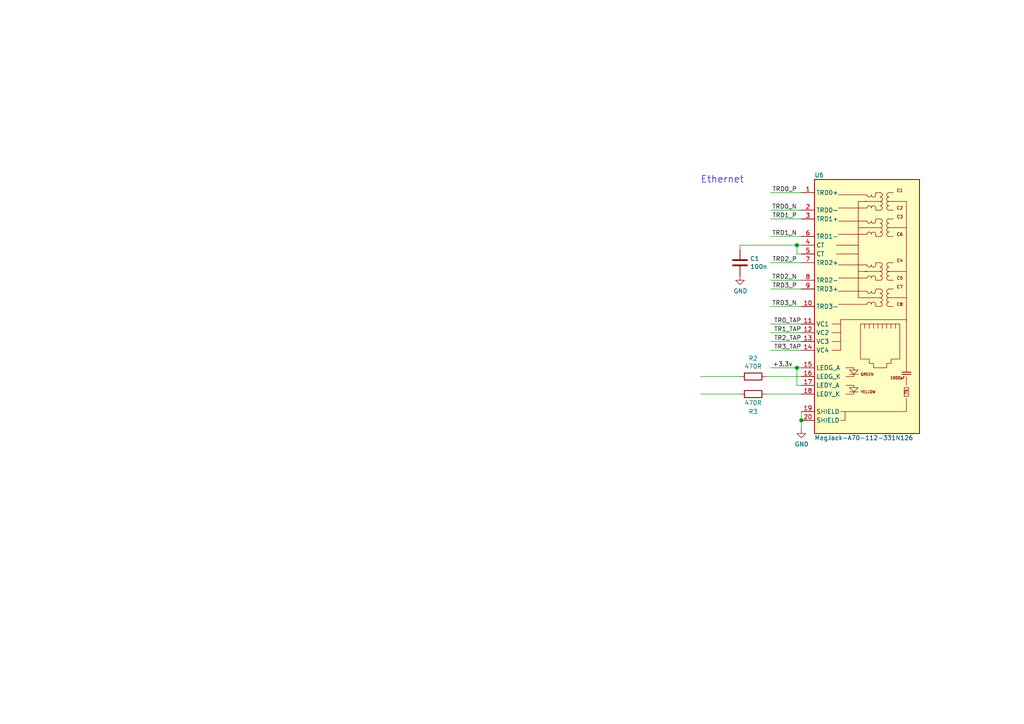
<source format=kicad_sch>
(kicad_sch (version 20250114) (generator "eeschema") (generator_version "9.0")
  (paper "A4")
  (lib_symbols
    (symbol "CM4IO:MagJack-A70-112-331N126"
      (property "Reference" "U" (at 0 0 0))
      (property "Value" "MagJack-A70-112-331N126" (at 0 0 0))
      (symbol "MagJack-A70-112-331N126_0_1"
        (polyline (pts (xy 1.27 60.96) (xy -5.08 60.96) (xy -5.08 68.58) (xy -2.54 68.58) (xy -5.08 68.58)))
        (polyline (pts (xy 1.27 40.64) (xy -5.08 40.64) (xy -5.08 48.26) (xy -2.54 48.26) (xy -5.08 48.26)))
      )
      (symbol "MagJack-A70-112-331N126_1_1"
        (rectangle (start -17.78 1.27) (end 12.7 74.93) (stroke (width 0.254)) (fill (type background)))
        (polyline (pts (xy -12.7 33.02) (xy -10.16 33.02)))
        (polyline (pts (xy -12.7 30.48) (xy -10.16 30.48)))
        (polyline (pts (xy -12.7 27.94) (xy -10.16 27.94)))
        (polyline (pts (xy -11.43 53.34) (xy -5.08 53.34) (xy -5.08 55.88) (xy -11.43 55.88)))
        (polyline (pts (xy -10.16 34.29) (xy 8.89 34.29) (xy 8.89 68.58) (xy 5.08 68.58)))
        (polyline (pts (xy -10.16 33.02) (xy -10.16 34.29)))
        (polyline (pts (xy -10.16 33.02) (xy -10.16 25.4) (xy -12.7 25.4)))
        (polyline (pts (xy -10.16 5.08) (xy -8.89 5.08) (xy -8.89 7.62) (xy -10.16 7.62) (xy -8.89 7.62) (xy 8.89 7.62) (xy 8.89 11.43)))
        (polyline (pts (xy -8.636 20.32) (xy -6.35 20.32) (xy -6.35 19.685)))
        (polyline (pts (xy -8.636 15.24) (xy -6.35 15.24) (xy -6.35 14.605)))
        (polyline (pts (xy -8.636 12.7) (xy -6.35 12.7) (xy -6.35 13.335)))
        (polyline (pts (xy -7.62 19.685) (xy -5.08 19.685) (xy -6.35 18.415) (xy -7.62 19.685)))
        (polyline (pts (xy -6.35 18.415) (xy -6.35 17.78) (xy -8.636 17.78)))
        (polyline (pts (xy -5.08 48.26) (xy -5.08 60.96)))
        (polyline (pts (xy -5.08 18.415) (xy -7.62 18.415)))
        (polyline (pts (xy -5.08 14.605) (xy -7.62 14.605) (xy -6.35 13.335) (xy -5.08 14.605)))
        (polyline (pts (xy -5.08 13.335) (xy -7.62 13.335)))
        (polyline (pts (xy -4.445 33.02) (xy 6.985 33.02) (xy 6.985 22.86) (xy 4.445 22.86) (xy 4.445 21.59) (xy 3.175 21.59) (xy 3.175 20.32) (xy -0.635 20.32) (xy -0.635 21.59) (xy -1.905 21.59) (xy -1.905 22.86) (xy -4.445 22.86) (xy -4.445 33.02)))
        (polyline (pts (xy -3.175 68.58) (xy 1.27 68.58)))
        (polyline (pts (xy -3.175 48.26) (xy 1.27 48.26)))
        (polyline (pts (xy -3.175 31.75) (xy -3.175 33.02)))
        (polyline (pts (xy -2.54 70.485) (xy -10.795 70.485)))
        (polyline (pts (xy -2.54 66.675) (xy -10.795 66.675)))
        (polyline (pts (xy -2.54 62.865) (xy -10.795 62.865)))
        (polyline (pts (xy -2.54 59.055) (xy -10.795 59.055)))
        (polyline (pts (xy -2.54 50.165) (xy -10.795 50.165)))
        (polyline (pts (xy -2.54 46.355) (xy -10.795 46.355)))
        (polyline (pts (xy -2.54 42.545) (xy -10.795 42.545)))
        (polyline (pts (xy -2.54 38.735) (xy -10.795 38.735)))
        (arc (start -1.27 70.485) (mid -1.905 69.8527) (end -2.54 70.485))
        (arc (start -2.54 66.675) (mid -1.905 67.3072) (end -1.27 66.675))
        (arc (start -1.27 62.865) (mid -1.905 62.2327) (end -2.54 62.865))
        (arc (start -2.54 59.055) (mid -1.905 59.6872) (end -1.27 59.055))
        (arc (start -1.27 50.165) (mid -1.905 49.5327) (end -2.54 50.165))
        (arc (start -2.54 46.355) (mid -1.905 46.9872) (end -1.27 46.355))
        (arc (start -1.27 42.545) (mid -1.905 41.9127) (end -2.54 42.545))
        (arc (start -2.54 38.735) (mid -1.905 39.3672) (end -1.27 38.735))
        (polyline (pts (xy -1.905 33.02) (xy -1.905 31.75)))
        (arc (start 0 70.485) (mid -0.635 69.8527) (end -1.27 70.485))
        (arc (start -1.27 66.675) (mid -0.635 67.3072) (end 0 66.675))
        (arc (start 0 62.865) (mid -0.635 62.2327) (end -1.27 62.865))
        (arc (start -1.27 59.055) (mid -0.635 59.6872) (end 0 59.055))
        (arc (start 0 50.165) (mid -0.635 49.5327) (end -1.27 50.165))
        (arc (start -1.27 46.355) (mid -0.635 46.9872) (end 0 46.355))
        (arc (start 0 42.545) (mid -0.635 41.9127) (end -1.27 42.545))
        (arc (start -1.27 38.735) (mid -0.635 39.3672) (end 0 38.735))
        (polyline (pts (xy -0.635 33.02) (xy -0.635 31.75)))
        (polyline (pts (xy 0 66.675) (xy 0 66.04) (xy 1.27 66.04)))
        (polyline (pts (xy 0 59.055) (xy 0 58.42) (xy 1.27 58.42)))
        (polyline (pts (xy 0 46.355) (xy 0 45.72) (xy 1.27 45.72)))
        (polyline (pts (xy 0 38.735) (xy 0 38.1) (xy 1.27 38.1)))
        (polyline (pts (xy 0.635 33.02) (xy 0.635 31.75)))
        (arc (start 1.27 71.12) (mid 1.9022 70.485) (end 1.27 69.85))
        (arc (start 1.27 69.85) (mid 1.9022 69.215) (end 1.27 68.58))
        (arc (start 1.27 68.58) (mid 1.9022 67.945) (end 1.27 67.31))
        (arc (start 1.27 67.31) (mid 1.9022 66.675) (end 1.27 66.04))
        (arc (start 1.27 63.5) (mid 1.9022 62.865) (end 1.27 62.23))
        (arc (start 1.27 62.23) (mid 1.9022 61.595) (end 1.27 60.96))
        (arc (start 1.27 60.96) (mid 1.9022 60.325) (end 1.27 59.69))
        (arc (start 1.27 59.69) (mid 1.9022 59.055) (end 1.27 58.42))
        (arc (start 1.27 50.8) (mid 1.9022 50.165) (end 1.27 49.53))
        (arc (start 1.27 49.53) (mid 1.9022 48.895) (end 1.27 48.26))
        (arc (start 1.27 48.26) (mid 1.9022 47.625) (end 1.27 46.99))
        (arc (start 1.27 46.99) (mid 1.9022 46.355) (end 1.27 45.72))
        (arc (start 1.27 43.18) (mid 1.9022 42.545) (end 1.27 41.91))
        (arc (start 1.27 41.91) (mid 1.9022 41.275) (end 1.27 40.64))
        (arc (start 1.27 40.64) (mid 1.9022 40.005) (end 1.27 39.37))
        (arc (start 1.27 39.37) (mid 1.9022 38.735) (end 1.27 38.1))
        (polyline (pts (xy 1.27 71.12) (xy 0 71.12) (xy 0 70.485)))
        (polyline (pts (xy 1.27 63.5) (xy 0 63.5) (xy 0 62.865)))
        (polyline (pts (xy 1.27 50.8) (xy 0 50.8) (xy 0 50.165)))
        (polyline (pts (xy 1.27 43.18) (xy 0 43.18) (xy 0 42.545)))
        (polyline (pts (xy 1.905 33.02) (xy 1.905 31.75)))
        (polyline (pts (xy 3.175 33.02) (xy 3.175 31.75)))
        (polyline (pts (xy 3.81 71.12) (xy 5.08 71.12)))
        (polyline (pts (xy 3.81 68.58) (xy 5.08 68.58)))
        (polyline (pts (xy 3.81 66.04) (xy 5.08 66.04)))
        (polyline (pts (xy 3.81 63.5) (xy 5.08 63.5)))
        (polyline (pts (xy 3.81 60.96) (xy 5.08 60.96)))
        (polyline (pts (xy 3.81 58.42) (xy 5.08 58.42)))
        (polyline (pts (xy 3.81 50.8) (xy 5.08 50.8)))
        (polyline (pts (xy 3.81 48.26) (xy 5.08 48.26)))
        (polyline (pts (xy 3.81 45.72) (xy 5.08 45.72)))
        (polyline (pts (xy 3.81 43.18) (xy 5.08 43.18)))
        (polyline (pts (xy 3.81 40.64) (xy 5.08 40.64)))
        (polyline (pts (xy 3.81 38.1) (xy 5.08 38.1)))
        (arc (start 3.81 69.85) (mid 3.1777 70.485) (end 3.81 71.12))
        (arc (start 3.81 68.58) (mid 3.1777 69.215) (end 3.81 69.85))
        (arc (start 3.81 67.31) (mid 3.1777 67.945) (end 3.81 68.58))
        (arc (start 3.81 66.04) (mid 3.1777 66.675) (end 3.81 67.31))
        (arc (start 3.81 62.23) (mid 3.1777 62.865) (end 3.81 63.5))
        (arc (start 3.81 60.96) (mid 3.1777 61.595) (end 3.81 62.23))
        (arc (start 3.81 59.69) (mid 3.1777 60.325) (end 3.81 60.96))
        (arc (start 3.81 58.42) (mid 3.1777 59.055) (end 3.81 59.69))
        (arc (start 3.81 49.53) (mid 3.1777 50.165) (end 3.81 50.8))
        (arc (start 3.81 48.26) (mid 3.1777 48.895) (end 3.81 49.53))
        (arc (start 3.81 46.99) (mid 3.1777 47.625) (end 3.81 48.26))
        (arc (start 3.81 45.72) (mid 3.1777 46.355) (end 3.81 46.99))
        (arc (start 3.81 41.91) (mid 3.1777 42.545) (end 3.81 43.18))
        (arc (start 3.81 40.64) (mid 3.1777 41.275) (end 3.81 41.91))
        (arc (start 3.81 39.37) (mid 3.1777 40.005) (end 3.81 40.64))
        (arc (start 3.81 38.1) (mid 3.1777 38.735) (end 3.81 39.37))
        (polyline (pts (xy 4.445 31.75) (xy 4.445 33.02)))
        (polyline (pts (xy 5.08 60.96) (xy 8.89 60.96)))
        (polyline (pts (xy 5.08 48.26) (xy 8.89 48.26)))
        (polyline (pts (xy 5.08 40.64) (xy 8.89 40.64)))
        (polyline (pts (xy 5.715 31.75) (xy 5.715 33.02)))
        (polyline (pts (xy 7.62 19.05) (xy 10.16 19.05)) (stroke (width 0.254)))
        (polyline (pts (xy 7.62 18.415) (xy 10.16 18.415)) (stroke (width 0.254)))
        (polyline (pts (xy 8.89 19.05) (xy 8.89 34.29)))
        (polyline (pts (xy 8.89 15.24) (xy 8.89 17.78)))
        (rectangle (start 9.525 12.065) (end 8.255 14.605))
        (text "GREEN" (at -4.445 18.415 0) (effects (font (size 0.762 0.762)) (justify left)))
        (text "YELLOW" (at -4.445 13.335 0) (effects (font (size 0.762 0.762)) (justify left)))
        (text "1000pF" (at 6.35 17.399 0) (effects (font (size 0.762 0.762))))
        (text "C1" (at 6.985 71.755 0) (effects (font (size 0.889 0.889))))
        (text "C2" (at 6.985 66.675 0) (effects (font (size 0.889 0.889))))
        (text "C3" (at 6.985 64.135 0) (effects (font (size 0.889 0.889))))
        (text "C6" (at 6.985 59.055 0) (effects (font (size 0.889 0.889))))
        (text "C4" (at 6.985 51.435 0) (effects (font (size 0.889 0.889))))
        (text "C5" (at 6.985 46.355 0) (effects (font (size 0.889 0.889))))
        (text "C7" (at 6.985 43.815 0) (effects (font (size 0.889 0.889))))
        (text "C8" (at 6.985 38.735 0) (effects (font (size 0.889 0.889))))
        (text "75" (at 8.89 13.335 900) (effects (font (size 0.762 0.762))))
        (pin passive line (at -21.59 71.12 0) (length 3.81) (name "TRD0+") (number "1"))
        (pin passive line (at -21.59 66.04 0) (length 3.81) (name "TRD0-") (number "2"))
        (pin passive line (at -21.59 63.5 0) (length 3.81) (name "TRD1+") (number "3"))
        (pin passive line (at -21.59 58.42 0) (length 3.81) (name "TRD1-") (number "6"))
        (pin passive line (at -21.59 55.88 0) (length 3.81) (name "CT") (number "4"))
        (pin passive line (at -21.59 53.34 0) (length 3.81) (name "CT") (number "5"))
        (pin passive line (at -21.59 50.8 0) (length 3.81) (name "TRD2+") (number "7"))
        (pin passive line (at -21.59 45.72 0) (length 3.81) (name "TRD2-") (number "8"))
        (pin passive line (at -21.59 43.18 0) (length 3.81) (name "TRD3+") (number "9"))
        (pin passive line (at -21.59 38.1 0) (length 3.81) (name "TRD3-") (number "10"))
        (pin passive line (at -21.59 33.02 0) (length 3.81) (name "VC1") (number "11"))
        (pin passive line (at -21.59 30.48 0) (length 3.81) (name "VC2") (number "12"))
        (pin passive line (at -21.59 27.94 0) (length 3.81) (name "VC3") (number "13"))
        (pin passive line (at -21.59 25.4 0) (length 3.81) (name "VC4") (number "14"))
        (pin passive line (at -21.59 20.32 0) (length 3.81) (name "LEDG_A") (number "15"))
        (pin passive line (at -21.59 17.78 0) (length 3.81) (name "LEDG_K") (number "16"))
        (pin passive line (at -21.59 15.24 0) (length 3.81) (name "LEDY_A") (number "17"))
        (pin passive line (at -21.59 12.7 0) (length 3.81) (name "LEDY_K") (number "18"))
        (pin passive line (at -21.59 7.62 0) (length 3.81) (name "SHIELD") (number "19"))
        (pin passive line (at -21.59 5.08 0) (length 3.81) (name "SHIELD") (number "20"))
      )
    )
    (symbol "Device:C" (pin_numbers (hide yes)) (pin_names (offset 0.254))
      (property "Reference" "C" (at 0.635 2.54 0))
      (property "Value" "C" (at 0.635 -2.54 0))
      (symbol "C_0_1"
        (polyline (pts (xy -2.032 0.762) (xy 2.032 0.762)) (stroke (width 0.508)))
        (polyline (pts (xy -2.032 -0.762) (xy 2.032 -0.762)) (stroke (width 0.508)))
      )
      (symbol "C_1_1"
        (pin passive line (at 0 3.81 270) (length 2.794) (name "~") (number "1"))
        (pin passive line (at 0 -3.81 90) (length 2.794) (name "~") (number "2"))
      )
    )
    (symbol "Device:R" (pin_numbers (hide yes)) (pin_names (offset 0))
      (property "Reference" "R" (at 2.032 0 90))
      (property "Value" "R" (at 0 0 90))
      (symbol "R_0_1"
        (rectangle (start -1.016 -2.54) (end 1.016 2.54) (stroke (width 0.254)))
      )
      (symbol "R_1_1"
        (pin passive line (at 0 3.81 270) (length 1.27) (name "~") (number "1"))
        (pin passive line (at 0 -3.81 90) (length 1.27) (name "~") (number "2"))
      )
    )
    (symbol "power:GND" (power) (pin_names (offset 0))
      (property "Value" "GND" (at 0 -3.81 0))
      (symbol "GND_0_1"
        (polyline (pts (xy 0 0) (xy 0 -1.27) (xy 1.27 -1.27) (xy 0 -2.54) (xy -1.27 -1.27) (xy 0 -1.27)))
      )
      (symbol "GND_1_1"
        (pin power_in line (at 0 0 270) (length 0) (hide yes) (name "GND") (number "1"))
      )
    )
  )
  (text "Ethernet" (at 203.2 53.34 0) (effects (font (size 2.0066 2.0066)) (justify left bottom)))
  (junction (at 232.41 121.92) (diameter 1.016))
  (junction (at 231.14 71.12) (diameter 1.016))
  (junction (at 231.14 106.68) (diameter 1.016))
  (wire (pts (xy 223.52 55.88) (xy 232.41 55.88)))
  (wire (pts (xy 223.52 68.58) (xy 232.41 68.58)))
  (wire (pts (xy 231.14 106.68) (xy 232.41 106.68)))
  (wire (pts (xy 214.63 72.39) (xy 214.63 71.12)))
  (wire (pts (xy 222.25 109.22) (xy 232.41 109.22)))
  (wire (pts (xy 223.52 93.98) (xy 232.41 93.98)))
  (wire (pts (xy 222.25 114.3) (xy 232.41 114.3)))
  (wire (pts (xy 223.52 101.6) (xy 232.41 101.6)))
  (wire (pts (xy 223.52 96.52) (xy 232.41 96.52)))
  (wire (pts (xy 231.14 111.76) (xy 231.14 106.68)))
  (wire (pts (xy 232.41 119.38) (xy 232.41 121.92)))
  (wire (pts (xy 223.52 99.06) (xy 232.41 99.06)))
  (wire (pts (xy 223.52 60.96) (xy 232.41 60.96)))
  (wire (pts (xy 223.52 106.68) (xy 231.14 106.68)))
  (wire (pts (xy 214.63 71.12) (xy 231.14 71.12)))
  (wire (pts (xy 223.52 76.2) (xy 232.41 76.2)))
  (wire (pts (xy 203.2 114.3) (xy 214.63 114.3)))
  (wire (pts (xy 203.2 109.22) (xy 214.63 109.22)))
  (wire (pts (xy 232.41 121.92) (xy 232.41 124.46)))
  (wire (pts (xy 232.41 111.76) (xy 231.14 111.76)))
  (wire (pts (xy 223.52 88.9) (xy 232.41 88.9)))
  (wire (pts (xy 232.41 73.66) (xy 231.14 73.66)))
  (wire (pts (xy 231.14 73.66) (xy 231.14 71.12)))
  (wire (pts (xy 223.52 83.82) (xy 232.41 83.82)))
  (wire (pts (xy 232.41 71.12) (xy 231.14 71.12)))
  (wire (pts (xy 223.52 81.28) (xy 232.41 81.28)))
  (wire (pts (xy 223.52 63.5) (xy 232.41 63.5)))
  (label "TRD2_P" (at 231.14 76.2 180))
  (label "TRD2_N" (at 231.14 81.28 180))
  (label "TR2_TAP" (at 232.41 99.06 180))
  (label "TRD1_P" (at 231.14 63.5 180))
  (label "TR0_TAP" (at 232.41 93.98 180))
  (label "TRD0_P" (at 231.14 55.88 180))
  (label "TRD3_N" (at 231.14 88.9 180))
  (label "TRD1_N" (at 231.14 68.58 180))
  (label "TRD3_P" (at 231.14 83.82 180))
  (label "TR1_TAP" (at 232.41 96.52 180))
  (label "+3.3v" (at 229.87 106.68 180))
  (label "TRD0_N" (at 231.14 60.96 180))
  (label "TR3_TAP" (at 232.41 101.6 180))
  (symbol (lib_id "CM4IO:MagJack-A70-112-331N126") (at 254 127 0) (unit 1)
    (property "Reference" "U6" (at 236.22 50.8 0) (effects (justify left)))
    (property "Value" "MagJack-A70-112-331N126" (at 236.22 127 0) (effects (justify left)))
    (property "Footprint" "CM4IO:TRJG0926HENL" (effects (hide yes)))
    (property "Datasheet" "https://p.globalsources.com/IMAGES/PDT/SPEC/690/K1160305690.pdf" (effects (hide yes)))
    (property "Field6" "TRJG0926HENL" (effects (hide yes)))
    (property "Field7" "Trxcon" (effects (hide yes)))
    (property "Field8" "UCON00900" (effects (hide yes)))
    (property "Part Description" "Gigabit Ethernet Magjack" (effects (hide yes)))
    (instances (project "" (path "" (reference "U6") (unit 1))) (project "" (path "" (reference "U3") (unit 1))))
  )
  (symbol (lib_id "Device:C") (at 214.63 76.2 0) (unit 1)
    (property "Reference" "C1" (at 217.551 75.0316 0) (effects (justify left)))
    (property "Value" "100n" (at 217.551 77.343 0) (effects (justify left)))
    (property "Footprint" "Capacitor_SMD:C_0402_1005Metric" (effects (hide yes)))
    (property "Datasheet" "https://search.murata.co.jp/Ceramy/image/img/A01X/G101/ENG/GRM155R71C104KA88-01.pdf" (effects (hide yes)))
    (property "Field4" "Farnell" (effects (hide yes)))
    (property "Field5" "2611911" (effects (hide yes)))
    (property "Field6" "RM EMK105 B7104KV-F" (effects (hide yes)))
    (property "Field7" "TAIYO YUDEN EUROPE GMBH" (effects (hide yes)))
    (property "Part Description" "	0.1uF 10% 16V Ceramic Capacitor X7R 0402 (1005 Metric)" (effects (hide yes)))
    (property "Field8" "110091611" (effects (hide yes)))
  )
  (symbol (lib_id "power:GND") (at 214.63 80.01 0) (unit 1)
    (property "Reference" "#PWR0108" (effects (hide yes)))
    (property "Value" "GND" (at 214.757 84.4042 0))
    (instances (project "" (path "" (reference "#PWR0108") (unit 1))) (project "" (path "" (reference "#PWR0101") (unit 1))))
  )
  (symbol (lib_id "Device:R") (at 218.44 109.22 270) (unit 1)
    (property "Reference" "R2" (at 218.44 103.9622 90))
    (property "Value" "470R" (at 218.44 106.2736 90))
    (property "Footprint" "Resistor_SMD:R_0402_1005Metric" (effects (hide yes)))
    (property "Datasheet" "https://fscdn.rohm.com/en/products/databook/datasheet/passive/resistor/chip_resistor/mcr-e.pdf" (effects (hide yes)))
    (property "Field4" "Farnell" (effects (hide yes)))
    (property "Field5" "9239197" (effects (hide yes)))
    (property "Field7" "KOA EUROPE GMBH" (effects (hide yes)))
    (property "Field6" "RK73G1ETQTP4700D         " (effects (hide yes)))
    (property "Field8" "120887981" (effects (hide yes)))
    (property "Part Description" "Resistor 470R M1005 1% 63mW" (effects (hide yes)))
  )
  (symbol (lib_id "Device:R") (at 218.44 114.3 270) (unit 1)
    (property "Reference" "R3" (at 218.44 119.38 90))
    (property "Value" "470R" (at 218.44 116.84 90))
    (property "Footprint" "Resistor_SMD:R_0402_1005Metric" (effects (hide yes)))
    (property "Datasheet" "https://fscdn.rohm.com/en/products/databook/datasheet/passive/resistor/chip_resistor/mcr-e.pdf" (effects (hide yes)))
    (property "Field4" "Farnell" (effects (hide yes)))
    (property "Field5" "9239197" (effects (hide yes)))
    (property "Field7" "KOA EUROPE GMBH" (effects (hide yes)))
    (property "Field6" "RK73G1ETQTP4700D         " (effects (hide yes)))
    (property "Field8" "120887981" (effects (hide yes)))
    (property "Part Description" "Resistor 470R M1005 1% 63mW" (effects (hide yes)))
  )
  (symbol (lib_id "power:GND") (at 232.41 124.46 0) (unit 1)
    (property "Reference" "#PWR0109" (effects (hide yes)))
    (property "Value" "GND" (at 232.537 128.8542 0))
  )
)
</source>
